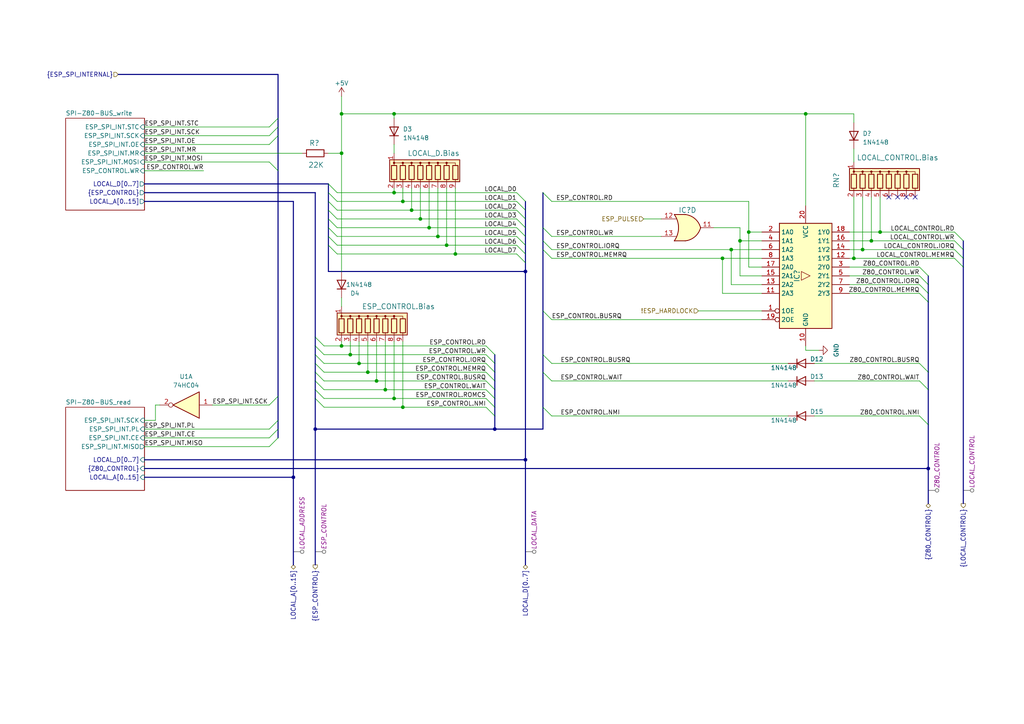
<source format=kicad_sch>
(kicad_sch (version 20230121) (generator eeschema)
  (paper "A4")
  (title_block (title "FujiNet Z80 SPI BUS") (date "2023-07-30") (rev "2") (company "FujiNet") (comment 1 "Fixed SPI Clock") (comment 2 "ROMCS diode removed") (comment 3 "165s Q7 used") (comment 4 "SPI Bus to couple the ESP32 to the Local Bus and Z80 Bus"))
  (lib_symbols
    (symbol "74xx:74HC04"
      (property "Reference" "U" (at 0 1.27 0))
      (property "Value" "74HC04" (at 0 -1.27 0))
      (symbol "74HC04_1_0"
        (polyline (pts (xy -3.81 3.81) (xy -3.81 -3.81) (xy 3.81 0) (xy -3.81 3.81)) (stroke (width 0.254)) (fill (type background)))
        (pin input line (at -7.62 0 0) (length 3.81) (name "~") (number "1"))
        (pin output inverted (at 7.62 0 180) (length 3.81) (name "~") (number "2"))
      )
      (symbol "74HC04_2_0"
        (polyline (pts (xy -3.81 3.81) (xy -3.81 -3.81) (xy 3.81 0) (xy -3.81 3.81)) (stroke (width 0.254)) (fill (type background)))
        (pin input line (at -7.62 0 0) (length 3.81) (name "~") (number "3"))
        (pin output inverted (at 7.62 0 180) (length 3.81) (name "~") (number "4"))
      )
      (symbol "74HC04_3_0"
        (polyline (pts (xy -3.81 3.81) (xy -3.81 -3.81) (xy 3.81 0) (xy -3.81 3.81)) (stroke (width 0.254)) (fill (type background)))
        (pin input line (at -7.62 0 0) (length 3.81) (name "~") (number "5"))
        (pin output inverted (at 7.62 0 180) (length 3.81) (name "~") (number "6"))
      )
      (symbol "74HC04_4_0"
        (polyline (pts (xy -3.81 3.81) (xy -3.81 -3.81) (xy 3.81 0) (xy -3.81 3.81)) (stroke (width 0.254)) (fill (type background)))
        (pin output inverted (at 7.62 0 180) (length 3.81) (name "~") (number "8"))
        (pin input line (at -7.62 0 0) (length 3.81) (name "~") (number "9"))
      )
      (symbol "74HC04_5_0"
        (polyline (pts (xy -3.81 3.81) (xy -3.81 -3.81) (xy 3.81 0) (xy -3.81 3.81)) (stroke (width 0.254)) (fill (type background)))
        (pin output inverted (at 7.62 0 180) (length 3.81) (name "~") (number "10"))
        (pin input line (at -7.62 0 0) (length 3.81) (name "~") (number "11"))
      )
      (symbol "74HC04_6_0"
        (polyline (pts (xy -3.81 3.81) (xy -3.81 -3.81) (xy 3.81 0) (xy -3.81 3.81)) (stroke (width 0.254)) (fill (type background)))
        (pin output inverted (at 7.62 0 180) (length 3.81) (name "~") (number "12"))
        (pin input line (at -7.62 0 0) (length 3.81) (name "~") (number "13"))
      )
      (symbol "74HC04_7_0"
        (pin power_in line (at 0 12.7 270) (length 5.08) (name "VCC") (number "14"))
        (pin power_in line (at 0 -12.7 90) (length 5.08) (name "GND") (number "7"))
      )
      (symbol "74HC04_7_1"
        (rectangle (start -5.08 7.62) (end 5.08 -7.62) (stroke (width 0.254)) (fill (type background)))
      )
    )
    (symbol "74xx:74HC244"
      (property "Reference" "U" (at -7.62 16.51 0))
      (property "Value" "74HC244" (at -7.62 -16.51 0))
      (symbol "74HC244_1_0"
        (polyline (pts (xy 1.27 0) (xy -1.27 1.27) (xy -1.27 -1.27) (xy 1.27 0)) (stroke (width 0.1524)))
        (pin input inverted (at -12.7 -10.16 0) (length 5.08) (name "1OE") (number "1"))
        (pin power_in line (at 0 -20.32 90) (length 5.08) (name "GND") (number "10"))
        (pin input line (at -12.7 -5.08 0) (length 5.08) (name "2A3") (number "11"))
        (pin tri_state line (at 12.7 5.08 180) (length 5.08) (name "1Y3") (number "12"))
        (pin input line (at -12.7 -2.54 0) (length 5.08) (name "2A2") (number "13"))
        (pin tri_state line (at 12.7 7.62 180) (length 5.08) (name "1Y2") (number "14"))
        (pin input line (at -12.7 0 0) (length 5.08) (name "2A1") (number "15"))
        (pin tri_state line (at 12.7 10.16 180) (length 5.08) (name "1Y1") (number "16"))
        (pin input line (at -12.7 2.54 0) (length 5.08) (name "2A0") (number "17"))
        (pin tri_state line (at 12.7 12.7 180) (length 5.08) (name "1Y0") (number "18"))
        (pin input inverted (at -12.7 -12.7 0) (length 5.08) (name "2OE") (number "19"))
        (pin input line (at -12.7 12.7 0) (length 5.08) (name "1A0") (number "2"))
        (pin power_in line (at 0 20.32 270) (length 5.08) (name "VCC") (number "20"))
        (pin tri_state line (at 12.7 2.54 180) (length 5.08) (name "2Y0") (number "3"))
        (pin input line (at -12.7 10.16 0) (length 5.08) (name "1A1") (number "4"))
        (pin tri_state line (at 12.7 0 180) (length 5.08) (name "2Y1") (number "5"))
        (pin input line (at -12.7 7.62 0) (length 5.08) (name "1A2") (number "6"))
        (pin tri_state line (at 12.7 -2.54 180) (length 5.08) (name "2Y2") (number "7"))
        (pin input line (at -12.7 5.08 0) (length 5.08) (name "1A3") (number "8"))
        (pin tri_state line (at 12.7 -5.08 180) (length 5.08) (name "2Y3") (number "9"))
      )
      (symbol "74HC244_1_1"
        (rectangle (start -7.62 15.24) (end 7.62 -15.24) (stroke (width 0.254)) (fill (type background)))
      )
    )
    (symbol "74xx:74LS32" (pin_names (offset 1.016))
      (property "Reference" "U" (at 0 1.27 0))
      (property "Value" "74LS32" (at 0 -1.27 0))
      (symbol "74LS32_1_1"
        (arc (start -3.81 -3.81) (mid -2.589 0) (end -3.81 3.81) (stroke (width 0.254)))
        (arc (start -0.6096 -3.81) (mid 2.1842 -2.5851) (end 3.81 0) (stroke (width 0.254)) (fill (type background)))
        (polyline (pts (xy -3.81 -3.81) (xy -0.635 -3.81)) (stroke (width 0.254)) (fill (type background)))
        (polyline (pts (xy -3.81 3.81) (xy -0.635 3.81)) (stroke (width 0.254)) (fill (type background)))
        (polyline (pts (xy -0.635 3.81) (xy -3.81 3.81) (xy -3.81 3.81) (xy -3.556 3.4036) (xy -3.0226 2.2606) (xy -2.6924 1.0414) (xy -2.6162 -0.254) (xy -2.7686 -1.4986) (xy -3.175 -2.7178) (xy -3.81 -3.81) (xy -3.81 -3.81) (xy -0.635 -3.81)) (stroke (width -25.4)) (fill (type background)))
        (arc (start 3.81 0) (mid 2.1915 2.5936) (end -0.6096 3.81) (stroke (width 0.254)) (fill (type background)))
        (pin input line (at -7.62 2.54 0) (length 4.318) (name "~") (number "1"))
        (pin input line (at -7.62 -2.54 0) (length 4.318) (name "~") (number "2"))
        (pin output line (at 7.62 0 180) (length 3.81) (name "~") (number "3"))
      )
      (symbol "74LS32_1_2"
        (arc (start 0 -3.81) (mid 3.7934 0) (end 0 3.81) (stroke (width 0.254)) (fill (type background)))
        (polyline (pts (xy 0 3.81) (xy -3.81 3.81) (xy -3.81 -3.81) (xy 0 -3.81)) (stroke (width 0.254)) (fill (type background)))
        (pin input inverted (at -7.62 2.54 0) (length 3.81) (name "~") (number "1"))
        (pin input inverted (at -7.62 -2.54 0) (length 3.81) (name "~") (number "2"))
        (pin output inverted (at 7.62 0 180) (length 3.81) (name "~") (number "3"))
      )
      (symbol "74LS32_2_1"
        (arc (start -3.81 -3.81) (mid -2.589 0) (end -3.81 3.81) (stroke (width 0.254)))
        (arc (start -0.6096 -3.81) (mid 2.1842 -2.5851) (end 3.81 0) (stroke (width 0.254)) (fill (type background)))
        (polyline (pts (xy -3.81 -3.81) (xy -0.635 -3.81)) (stroke (width 0.254)) (fill (type background)))
        (polyline (pts (xy -3.81 3.81) (xy -0.635 3.81)) (stroke (width 0.254)) (fill (type background)))
        (polyline (pts (xy -0.635 3.81) (xy -3.81 3.81) (xy -3.81 3.81) (xy -3.556 3.4036) (xy -3.0226 2.2606) (xy -2.6924 1.0414) (xy -2.6162 -0.254) (xy -2.7686 -1.4986) (xy -3.175 -2.7178) (xy -3.81 -3.81) (xy -3.81 -3.81) (xy -0.635 -3.81)) (stroke (width -25.4)) (fill (type background)))
        (arc (start 3.81 0) (mid 2.1915 2.5936) (end -0.6096 3.81) (stroke (width 0.254)) (fill (type background)))
        (pin input line (at -7.62 2.54 0) (length 4.318) (name "~") (number "4"))
        (pin input line (at -7.62 -2.54 0) (length 4.318) (name "~") (number "5"))
        (pin output line (at 7.62 0 180) (length 3.81) (name "~") (number "6"))
      )
      (symbol "74LS32_2_2"
        (arc (start 0 -3.81) (mid 3.7934 0) (end 0 3.81) (stroke (width 0.254)) (fill (type background)))
        (polyline (pts (xy 0 3.81) (xy -3.81 3.81) (xy -3.81 -3.81) (xy 0 -3.81)) (stroke (width 0.254)) (fill (type background)))
        (pin input inverted (at -7.62 2.54 0) (length 3.81) (name "~") (number "4"))
        (pin input inverted (at -7.62 -2.54 0) (length 3.81) (name "~") (number "5"))
        (pin output inverted (at 7.62 0 180) (length 3.81) (name "~") (number "6"))
      )
      (symbol "74LS32_3_1"
        (arc (start -3.81 -3.81) (mid -2.589 0) (end -3.81 3.81) (stroke (width 0.254)))
        (arc (start -0.6096 -3.81) (mid 2.1842 -2.5851) (end 3.81 0) (stroke (width 0.254)) (fill (type background)))
        (polyline (pts (xy -3.81 -3.81) (xy -0.635 -3.81)) (stroke (width 0.254)) (fill (type background)))
        (polyline (pts (xy -3.81 3.81) (xy -0.635 3.81)) (stroke (width 0.254)) (fill (type background)))
        (polyline (pts (xy -0.635 3.81) (xy -3.81 3.81) (xy -3.81 3.81) (xy -3.556 3.4036) (xy -3.0226 2.2606) (xy -2.6924 1.0414) (xy -2.6162 -0.254) (xy -2.7686 -1.4986) (xy -3.175 -2.7178) (xy -3.81 -3.81) (xy -3.81 -3.81) (xy -0.635 -3.81)) (stroke (width -25.4)) (fill (type background)))
        (arc (start 3.81 0) (mid 2.1915 2.5936) (end -0.6096 3.81) (stroke (width 0.254)) (fill (type background)))
        (pin input line (at -7.62 -2.54 0) (length 4.318) (name "~") (number "10"))
        (pin output line (at 7.62 0 180) (length 3.81) (name "~") (number "8"))
        (pin input line (at -7.62 2.54 0) (length 4.318) (name "~") (number "9"))
      )
      (symbol "74LS32_3_2"
        (arc (start 0 -3.81) (mid 3.7934 0) (end 0 3.81) (stroke (width 0.254)) (fill (type background)))
        (polyline (pts (xy 0 3.81) (xy -3.81 3.81) (xy -3.81 -3.81) (xy 0 -3.81)) (stroke (width 0.254)) (fill (type background)))
        (pin input inverted (at -7.62 -2.54 0) (length 3.81) (name "~") (number "10"))
        (pin output inverted (at 7.62 0 180) (length 3.81) (name "~") (number "8"))
        (pin input inverted (at -7.62 2.54 0) (length 3.81) (name "~") (number "9"))
      )
      (symbol "74LS32_4_1"
        (arc (start -3.81 -3.81) (mid -2.589 0) (end -3.81 3.81) (stroke (width 0.254)))
        (arc (start -0.6096 -3.81) (mid 2.1842 -2.5851) (end 3.81 0) (stroke (width 0.254)) (fill (type background)))
        (polyline (pts (xy -3.81 -3.81) (xy -0.635 -3.81)) (stroke (width 0.254)) (fill (type background)))
        (polyline (pts (xy -3.81 3.81) (xy -0.635 3.81)) (stroke (width 0.254)) (fill (type background)))
        (polyline (pts (xy -0.635 3.81) (xy -3.81 3.81) (xy -3.81 3.81) (xy -3.556 3.4036) (xy -3.0226 2.2606) (xy -2.6924 1.0414) (xy -2.6162 -0.254) (xy -2.7686 -1.4986) (xy -3.175 -2.7178) (xy -3.81 -3.81) (xy -3.81 -3.81) (xy -0.635 -3.81)) (stroke (width -25.4)) (fill (type background)))
        (arc (start 3.81 0) (mid 2.1915 2.5936) (end -0.6096 3.81) (stroke (width 0.254)) (fill (type background)))
        (pin output line (at 7.62 0 180) (length 3.81) (name "~") (number "11"))
        (pin input line (at -7.62 2.54 0) (length 4.318) (name "~") (number "12"))
        (pin input line (at -7.62 -2.54 0) (length 4.318) (name "~") (number "13"))
      )
      (symbol "74LS32_4_2"
        (arc (start 0 -3.81) (mid 3.7934 0) (end 0 3.81) (stroke (width 0.254)) (fill (type background)))
        (polyline (pts (xy 0 3.81) (xy -3.81 3.81) (xy -3.81 -3.81) (xy 0 -3.81)) (stroke (width 0.254)) (fill (type background)))
        (pin output inverted (at 7.62 0 180) (length 3.81) (name "~") (number "11"))
        (pin input inverted (at -7.62 2.54 0) (length 3.81) (name "~") (number "12"))
        (pin input inverted (at -7.62 -2.54 0) (length 3.81) (name "~") (number "13"))
      )
      (symbol "74LS32_5_0"
        (pin power_in line (at 0 12.7 270) (length 5.08) (name "VCC") (number "14"))
        (pin power_in line (at 0 -12.7 90) (length 5.08) (name "GND") (number "7"))
      )
      (symbol "74LS32_5_1"
        (rectangle (start -5.08 7.62) (end 5.08 -7.62) (stroke (width 0.254)) (fill (type background)))
      )
    )
    (symbol "Device:D" (pin_numbers hide) (pin_names (offset 1.016) hide)
      (property "Reference" "D" (at 0 2.54 0))
      (property "Value" "D" (at 0 -2.54 0))
      (symbol "D_0_1"
        (polyline (pts (xy -1.27 1.27) (xy -1.27 -1.27)) (stroke (width 0.254)))
        (polyline (pts (xy 1.27 0) (xy -1.27 0)))
        (polyline (pts (xy 1.27 1.27) (xy 1.27 -1.27) (xy -1.27 0) (xy 1.27 1.27)) (stroke (width 0.254)))
      )
      (symbol "D_1_1"
        (pin passive line (at -3.81 0 0) (length 2.54) (name "K") (number "1"))
        (pin passive line (at 3.81 0 180) (length 2.54) (name "A") (number "2"))
      )
    )
    (symbol "Device:R" (pin_numbers hide) (pin_names (offset 0))
      (property "Reference" "R" (at 2.032 0 90))
      (property "Value" "R" (at 0 0 90))
      (symbol "R_0_1"
        (rectangle (start -1.016 -2.54) (end 1.016 2.54) (stroke (width 0.254)))
      )
      (symbol "R_1_1"
        (pin passive line (at 0 3.81 270) (length 1.27) (name "~") (number "1"))
        (pin passive line (at 0 -3.81 90) (length 1.27) (name "~") (number "2"))
      )
    )
    (symbol "Device:R_Network08" (pin_names (offset 0) hide)
      (property "Reference" "RN" (at -12.7 0 90))
      (property "Value" "R_Network08" (at 10.16 0 90))
      (symbol "R_Network08_0_1"
        (rectangle (start -11.43 -3.175) (end 8.89 3.175) (stroke (width 0.254)) (fill (type background)))
        (rectangle (start -10.922 1.524) (end -9.398 -2.54) (stroke (width 0.254)))
        (circle (center -10.16 2.286) (radius 0.254) (fill (type outline)))
        (rectangle (start -8.382 1.524) (end -6.858 -2.54) (stroke (width 0.254)))
        (circle (center -7.62 2.286) (radius 0.254) (fill (type outline)))
        (rectangle (start -5.842 1.524) (end -4.318 -2.54) (stroke (width 0.254)))
        (circle (center -5.08 2.286) (radius 0.254) (fill (type outline)))
        (rectangle (start -3.302 1.524) (end -1.778 -2.54) (stroke (width 0.254)))
        (circle (center -2.54 2.286) (radius 0.254) (fill (type outline)))
        (rectangle (start -0.762 1.524) (end 0.762 -2.54) (stroke (width 0.254)))
        (polyline (pts (xy -10.16 -2.54) (xy -10.16 -3.81)))
        (polyline (pts (xy -7.62 -2.54) (xy -7.62 -3.81)))
        (polyline (pts (xy -5.08 -2.54) (xy -5.08 -3.81)))
        (polyline (pts (xy -2.54 -2.54) (xy -2.54 -3.81)))
        (polyline (pts (xy 0 -2.54) (xy 0 -3.81)))
        (polyline (pts (xy 2.54 -2.54) (xy 2.54 -3.81)))
        (polyline (pts (xy 5.08 -2.54) (xy 5.08 -3.81)))
        (polyline (pts (xy 7.62 -2.54) (xy 7.62 -3.81)))
        (polyline (pts (xy -10.16 1.524) (xy -10.16 2.286) (xy -7.62 2.286) (xy -7.62 1.524)))
        (polyline (pts (xy -7.62 1.524) (xy -7.62 2.286) (xy -5.08 2.286) (xy -5.08 1.524)))
        (polyline (pts (xy -5.08 1.524) (xy -5.08 2.286) (xy -2.54 2.286) (xy -2.54 1.524)))
        (polyline (pts (xy -2.54 1.524) (xy -2.54 2.286) (xy 0 2.286) (xy 0 1.524)))
        (polyline (pts (xy 0 1.524) (xy 0 2.286) (xy 2.54 2.286) (xy 2.54 1.524)))
        (polyline (pts (xy 2.54 1.524) (xy 2.54 2.286) (xy 5.08 2.286) (xy 5.08 1.524)))
        (polyline (pts (xy 5.08 1.524) (xy 5.08 2.286) (xy 7.62 2.286) (xy 7.62 1.524)))
        (circle (center 0 2.286) (radius 0.254) (fill (type outline)))
        (rectangle (start 1.778 1.524) (end 3.302 -2.54) (stroke (width 0.254)))
        (circle (center 2.54 2.286) (radius 0.254) (fill (type outline)))
        (rectangle (start 4.318 1.524) (end 5.842 -2.54) (stroke (width 0.254)))
        (circle (center 5.08 2.286) (radius 0.254) (fill (type outline)))
        (rectangle (start 6.858 1.524) (end 8.382 -2.54) (stroke (width 0.254)))
      )
      (symbol "R_Network08_1_1"
        (pin passive line (at -10.16 5.08 270) (length 2.54) (name "common") (number "1"))
        (pin passive line (at -10.16 -5.08 90) (length 1.27) (name "R1") (number "2"))
        (pin passive line (at -7.62 -5.08 90) (length 1.27) (name "R2") (number "3"))
        (pin passive line (at -5.08 -5.08 90) (length 1.27) (name "R3") (number "4"))
        (pin passive line (at -2.54 -5.08 90) (length 1.27) (name "R4") (number "5"))
        (pin passive line (at 0 -5.08 90) (length 1.27) (name "R5") (number "6"))
        (pin passive line (at 2.54 -5.08 90) (length 1.27) (name "R6") (number "7"))
        (pin passive line (at 5.08 -5.08 90) (length 1.27) (name "R7") (number "8"))
        (pin passive line (at 7.62 -5.08 90) (length 1.27) (name "R8") (number "9"))
      )
    )
    (symbol "power:+5V" (power) (pin_names (offset 0))
      (property "Value" "+5V" (at 0 3.556 0))
      (symbol "+5V_0_1"
        (polyline (pts (xy -0.762 1.27) (xy 0 2.54)))
        (polyline (pts (xy 0 0) (xy 0 2.54)))
        (polyline (pts (xy 0 2.54) (xy 0.762 1.27)))
      )
      (symbol "+5V_1_1"
        (pin power_in line (at 0 0 90) (length 0) hide (name "+5V") (number "1"))
      )
    )
    (symbol "power:GND" (power) (pin_names (offset 0))
      (property "Value" "GND" (at 0 -3.81 0))
      (symbol "GND_0_1"
        (polyline (pts (xy 0 0) (xy 0 -1.27) (xy 1.27 -1.27) (xy 0 -2.54) (xy -1.27 -1.27) (xy 0 -1.27)))
      )
      (symbol "GND_1_1"
        (pin power_in line (at 0 0 270) (length 0) hide (name "GND") (number "1"))
      )
    )
  )
  (bus_alias "ESP_SPI_INTERNAL" (members "ESP_SPI_INT.MOSI" "ESP_SPI_INT.SCK" "ESP_SPI_INT.MR" "ESP_SPI_INT.STC" "ESP_SPI_INT.CE" "ESP_SPI_INT.PL" "ESP_SPI_INT.MISO" "ESP_SPI_INT.OE" ""))
  (bus_alias "LOCAL_CONTROL" (members "LOCAL_CONTROL.RD" "LOCAL_CONTROL.WR" "LOCAL_CONTROL.IORQ" "LOCAL_CONTROL.MEMRQ"))
  (bus_alias "ESP_CONTROL" (members "ESP_CONTROL.RD" "ESP_CONTROL.WR" "ESP_CONTROL.IORQ" "ESP_CONTROL.MEMRQ" "ESP_CONTROL.BUSRQ" "ESP_CONTROL.WAIT" "ESP_CONTROL.ROMCS" "ESP_CONTROL.NMI"))
  (junction (at 114.3 55.88))
  (junction (at 132.08 73.66))
  (junction (at 116.84 58.42))
  (junction (at 99.06 100.33))
  (junction (at 129.54 71.12))
  (junction (at 116.84 118.11))
  (junction (at 209.55 74.93))
  (junction (at 85.09 138.43))
  (junction (at 111.76 113.03))
  (junction (at 217.17 67.31))
  (junction (at 99.06 44.45))
  (junction (at 104.14 105.41))
  (junction (at 250.19 72.39))
  (junction (at 121.92 63.5))
  (junction (at 114.3 33.02))
  (junction (at 212.09 72.39))
  (junction (at 214.63 69.85))
  (junction (at 152.4 78.74))
  (junction (at 119.38 60.96))
  (junction (at 124.46 66.04))
  (junction (at 127 68.58))
  (junction (at 91.44 124.46))
  (junction (at 109.22 110.49))
  (junction (at 255.27 67.31))
  (junction (at 152.4 133.35))
  (junction (at 247.65 74.93))
  (junction (at 114.3 115.57))
  (junction (at 101.6 102.87))
  (junction (at 252.73 69.85))
  (junction (at 106.68 107.95))
  (junction (at 233.68 33.02))
  (junction (at 269.24 135.89))
  (junction (at 143.51 124.46))
  (junction (at 99.06 33.02))
  (no_connect (at 265.43 57.15))
  (no_connect (at 260.35 57.15))
  (no_connect (at 262.89 57.15))
  (no_connect (at 257.81 57.15))
  (bus_entry (at 78.105 127) (size 2.54 -2.54))
  (bus_entry (at 95.25 63.5) (size 2.54 2.54))
  (bus_entry (at 149.86 73.66) (size 2.54 2.54))
  (bus_entry (at 91.44 97.79) (size 2.54 2.54))
  (bus_entry (at 266.7 82.55) (size 2.54 2.54))
  (bus_entry (at 91.44 110.49) (size 2.54 2.54))
  (bus_entry (at 157.48 107.95) (size 2.54 2.54))
  (bus_entry (at 149.86 66.04) (size 2.54 2.54))
  (bus_entry (at 91.44 105.41) (size 2.54 2.54))
  (bus_entry (at 266.7 105.41) (size 2.54 2.54))
  (bus_entry (at 157.48 90.17) (size 2.54 2.54))
  (bus_entry (at 95.25 71.12) (size 2.54 2.54))
  (bus_entry (at 140.97 100.33) (size 2.54 2.54))
  (bus_entry (at 140.97 110.49) (size 2.54 2.54))
  (bus_entry (at 95.25 68.58) (size 2.54 2.54))
  (bus_entry (at 276.86 74.93) (size 2.54 2.54))
  (bus_entry (at 276.86 69.85) (size 2.54 2.54))
  (bus_entry (at 157.48 55.88) (size 2.54 2.54))
  (bus_entry (at 95.25 58.42) (size 2.54 2.54))
  (bus_entry (at 140.97 118.11) (size 2.54 2.54))
  (bus_entry (at 157.48 66.04) (size 2.54 2.54))
  (bus_entry (at 149.86 58.42) (size 2.54 2.54))
  (bus_entry (at 140.97 105.41) (size 2.54 2.54))
  (bus_entry (at 276.86 72.39) (size 2.54 2.54))
  (bus_entry (at 266.7 77.47) (size 2.54 2.54))
  (bus_entry (at 78.105 129.54) (size 2.54 -2.54))
  (bus_entry (at 157.48 69.85) (size 2.54 2.54))
  (bus_entry (at 78.105 124.46) (size 2.54 -2.54))
  (bus_entry (at 149.86 55.88) (size 2.54 2.54))
  (bus_entry (at 157.48 118.11) (size 2.54 2.54))
  (bus_entry (at 149.86 71.12) (size 2.54 2.54))
  (bus_entry (at 140.97 107.95) (size 2.54 2.54))
  (bus_entry (at 80.645 34.29) (size -2.54 2.54))
  (bus_entry (at 95.25 53.34) (size 2.54 2.54))
  (bus_entry (at 95.25 66.04) (size 2.54 2.54))
  (bus_entry (at 95.25 60.96) (size 2.54 2.54))
  (bus_entry (at 266.7 80.01) (size 2.54 2.54))
  (bus_entry (at 91.44 115.57) (size 2.54 2.54))
  (bus_entry (at 276.86 67.31) (size 2.54 2.54))
  (bus_entry (at 91.44 102.87) (size 2.54 2.54))
  (bus_entry (at 157.48 72.39) (size 2.54 2.54))
  (bus_entry (at 78.105 117.475) (size 2.54 -2.54))
  (bus_entry (at 140.97 115.57) (size 2.54 2.54))
  (bus_entry (at 149.86 60.96) (size 2.54 2.54))
  (bus_entry (at 91.44 107.95) (size 2.54 2.54))
  (bus_entry (at 149.86 63.5) (size 2.54 2.54))
  (bus_entry (at 80.645 36.83) (size -2.54 2.54))
  (bus_entry (at 157.48 102.87) (size 2.54 2.54))
  (bus_entry (at 140.97 102.87) (size 2.54 2.54))
  (bus_entry (at 149.86 68.58) (size 2.54 2.54))
  (bus_entry (at 91.44 100.33) (size 2.54 2.54))
  (bus_entry (at 266.7 85.09) (size 2.54 2.54))
  (bus_entry (at 140.97 113.03) (size 2.54 2.54))
  (bus_entry (at 91.44 113.03) (size 2.54 2.54))
  (bus_entry (at 80.645 39.37) (size -2.54 2.54))
  (bus_entry (at 266.7 110.49) (size 2.54 2.54))
  (bus_entry (at 78.105 46.99) (size 2.54 2.54))
  (bus_entry (at 266.7 120.65) (size 2.54 2.54))
  (bus_entry (at 95.25 55.88) (size 2.54 2.54))
  (wire (pts (xy 111.76 99.06) (xy 111.76 113.03)))
  (bus (pts (xy 279.4 77.47) (xy 279.4 146.05)))
  (wire (pts (xy 41.91 129.54) (xy 78.105 129.54)))
  (wire (pts (xy 237.49 101.6) (xy 233.68 101.6)))
  (bus (pts (xy 91.44 124.46) (xy 91.44 163.83)))
  (bus (pts (xy 269.24 146.05) (xy 269.24 135.89)))
  (bus (pts (xy 157.48 118.11) (xy 157.48 124.46)))
  (bus (pts (xy 95.25 71.12) (xy 95.25 78.74)))
  (bus (pts (xy 269.24 113.03) (xy 269.24 123.19)))
  (bus (pts (xy 91.44 100.33) (xy 91.44 102.87)))
  (bus (pts (xy 91.44 105.41) (xy 91.44 107.95)))
  (wire (pts (xy 214.63 69.85) (xy 220.98 69.85)))
  (wire (pts (xy 132.08 73.66) (xy 132.08 54.61)))
  (wire (pts (xy 114.3 115.57) (xy 140.97 115.57)))
  (wire (pts (xy 109.22 99.06) (xy 109.22 110.49)))
  (wire (pts (xy 124.46 66.04) (xy 124.46 54.61)))
  (bus (pts (xy 80.645 124.46) (xy 80.645 127)))
  (bus (pts (xy 41.91 53.34) (xy 95.25 53.34)))
  (wire (pts (xy 109.22 110.49) (xy 93.98 110.49)))
  (bus (pts (xy 91.44 97.79) (xy 91.44 100.33)))
  (wire (pts (xy 97.79 63.5) (xy 121.92 63.5)))
  (wire (pts (xy 129.54 71.12) (xy 129.54 54.61)))
  (wire (pts (xy 209.55 85.09) (xy 209.55 74.93)))
  (wire (pts (xy 246.38 77.47) (xy 266.7 77.47)))
  (wire (pts (xy 119.38 60.96) (xy 119.38 54.61)))
  (wire (pts (xy 99.06 33.02) (xy 99.06 44.45)))
  (wire (pts (xy 212.09 82.55) (xy 220.98 82.55)))
  (wire (pts (xy 160.02 105.41) (xy 228.6 105.41)))
  (wire (pts (xy 116.84 118.11) (xy 140.97 118.11)))
  (bus (pts (xy 41.91 55.88) (xy 91.44 55.88)))
  (wire (pts (xy 114.3 115.57) (xy 93.98 115.57)))
  (wire (pts (xy 97.79 60.96) (xy 119.38 60.96)))
  (wire (pts (xy 97.79 55.88) (xy 114.3 55.88)))
  (bus (pts (xy 143.51 110.49) (xy 143.51 113.03)))
  (wire (pts (xy 149.86 73.66) (xy 132.08 73.66)))
  (bus (pts (xy 152.4 71.12) (xy 152.4 73.66)))
  (bus (pts (xy 91.44 102.87) (xy 91.44 105.41)))
  (wire (pts (xy 212.09 72.39) (xy 220.98 72.39)))
  (bus (pts (xy 41.91 135.89) (xy 269.24 135.89)))
  (wire (pts (xy 59.055 49.53) (xy 41.91 49.53)))
  (wire (pts (xy 250.19 72.39) (xy 250.19 57.15)))
  (bus (pts (xy 152.4 78.74) (xy 152.4 133.35)))
  (wire (pts (xy 99.06 99.06) (xy 99.06 100.33)))
  (wire (pts (xy 61.595 117.475) (xy 78.105 117.475)))
  (wire (pts (xy 209.55 85.09) (xy 220.98 85.09)))
  (bus (pts (xy 152.4 76.2) (xy 152.4 78.74)))
  (bus (pts (xy 143.51 102.87) (xy 143.51 105.41)))
  (wire (pts (xy 246.38 67.31) (xy 255.27 67.31)))
  (bus (pts (xy 41.91 138.43) (xy 85.09 138.43)))
  (wire (pts (xy 212.09 82.55) (xy 212.09 72.39)))
  (wire (pts (xy 111.76 113.03) (xy 93.98 113.03)))
  (wire (pts (xy 255.27 67.31) (xy 276.86 67.31)))
  (bus (pts (xy 152.4 58.42) (xy 152.4 60.96)))
  (wire (pts (xy 160.02 110.49) (xy 228.6 110.49)))
  (bus (pts (xy 152.4 60.96) (xy 152.4 63.5)))
  (wire (pts (xy 214.63 80.01) (xy 214.63 69.85)))
  (wire (pts (xy 41.91 124.46) (xy 78.105 124.46)))
  (bus (pts (xy 152.4 66.04) (xy 152.4 68.58)))
  (wire (pts (xy 45.085 117.475) (xy 46.355 117.475)))
  (wire (pts (xy 41.91 36.83) (xy 78.105 36.83)))
  (wire (pts (xy 116.84 99.06) (xy 116.84 118.11)))
  (bus (pts (xy 85.09 138.43) (xy 85.09 163.83)))
  (bus (pts (xy 91.44 107.95) (xy 91.44 110.49)))
  (wire (pts (xy 252.73 69.85) (xy 252.73 57.15)))
  (wire (pts (xy 109.22 110.49) (xy 140.97 110.49)))
  (wire (pts (xy 99.06 27.94) (xy 99.06 33.02)))
  (wire (pts (xy 247.65 74.93) (xy 276.86 74.93)))
  (bus (pts (xy 95.25 78.74) (xy 152.4 78.74)))
  (wire (pts (xy 255.27 67.31) (xy 255.27 57.15)))
  (bus (pts (xy 80.645 121.92) (xy 80.645 124.46)))
  (bus (pts (xy 157.48 69.85) (xy 157.48 72.39)))
  (wire (pts (xy 236.22 110.49) (xy 266.7 110.49)))
  (wire (pts (xy 106.68 107.95) (xy 93.98 107.95)))
  (wire (pts (xy 114.3 41.91) (xy 114.3 44.45)))
  (wire (pts (xy 160.02 68.58) (xy 191.77 68.58)))
  (bus (pts (xy 85.09 58.42) (xy 85.09 138.43)))
  (bus (pts (xy 80.645 36.83) (xy 80.645 39.37)))
  (wire (pts (xy 233.68 33.02) (xy 233.68 59.69)))
  (bus (pts (xy 143.51 118.11) (xy 143.51 120.65)))
  (wire (pts (xy 101.6 102.87) (xy 101.6 99.06)))
  (bus (pts (xy 95.25 66.04) (xy 95.25 68.58)))
  (bus (pts (xy 143.51 115.57) (xy 143.51 118.11)))
  (bus (pts (xy 143.51 120.65) (xy 143.51 124.46)))
  (wire (pts (xy 99.06 44.45) (xy 99.06 78.74)))
  (bus (pts (xy 269.24 87.63) (xy 269.24 107.95)))
  (wire (pts (xy 97.79 66.04) (xy 124.46 66.04)))
  (wire (pts (xy 114.3 54.61) (xy 114.3 55.88)))
  (bus (pts (xy 91.44 115.57) (xy 91.44 124.46)))
  (wire (pts (xy 121.92 63.5) (xy 121.92 54.61)))
  (bus (pts (xy 157.48 55.88) (xy 157.48 66.04)))
  (bus (pts (xy 80.645 49.53) (xy 80.645 114.935)))
  (bus (pts (xy 157.48 107.95) (xy 157.48 118.11)))
  (wire (pts (xy 214.63 80.01) (xy 220.98 80.01)))
  (bus (pts (xy 95.25 58.42) (xy 95.25 60.96)))
  (wire (pts (xy 104.14 105.41) (xy 140.97 105.41)))
  (wire (pts (xy 217.17 67.31) (xy 220.98 67.31)))
  (wire (pts (xy 116.84 118.11) (xy 93.98 118.11)))
  (wire (pts (xy 236.22 120.65) (xy 266.7 120.65)))
  (wire (pts (xy 41.91 44.45) (xy 87.63 44.45)))
  (bus (pts (xy 80.645 39.37) (xy 80.645 49.53)))
  (wire (pts (xy 114.3 99.06) (xy 114.3 115.57)))
  (wire (pts (xy 160.02 92.71) (xy 220.98 92.71)))
  (wire (pts (xy 116.84 58.42) (xy 116.84 54.61)))
  (wire (pts (xy 101.6 102.87) (xy 140.97 102.87)))
  (wire (pts (xy 114.3 33.02) (xy 233.68 33.02)))
  (wire (pts (xy 149.86 60.96) (xy 119.38 60.96)))
  (wire (pts (xy 217.17 58.42) (xy 217.17 67.31)))
  (wire (pts (xy 99.06 100.33) (xy 93.98 100.33)))
  (wire (pts (xy 104.14 105.41) (xy 93.98 105.41)))
  (wire (pts (xy 99.06 100.33) (xy 140.97 100.33)))
  (wire (pts (xy 99.06 86.36) (xy 99.06 88.9)))
  (wire (pts (xy 45.085 117.475) (xy 45.085 121.92)))
  (wire (pts (xy 149.86 66.04) (xy 124.46 66.04)))
  (bus (pts (xy 157.48 66.04) (xy 157.48 69.85)))
  (bus (pts (xy 157.48 124.46) (xy 143.51 124.46)))
  (wire (pts (xy 246.38 74.93) (xy 247.65 74.93)))
  (bus (pts (xy 95.25 68.58) (xy 95.25 71.12)))
  (wire (pts (xy 97.79 71.12) (xy 129.54 71.12)))
  (bus (pts (xy 91.44 113.03) (xy 91.44 115.57)))
  (bus (pts (xy 80.645 114.935) (xy 80.645 121.92)))
  (bus (pts (xy 91.44 55.88) (xy 91.44 97.79)))
  (wire (pts (xy 217.17 77.47) (xy 220.98 77.47)))
  (wire (pts (xy 149.86 68.58) (xy 127 68.58)))
  (wire (pts (xy 160.02 120.65) (xy 228.6 120.65)))
  (wire (pts (xy 97.79 58.42) (xy 116.84 58.42)))
  (wire (pts (xy 233.68 101.6) (xy 233.68 100.33)))
  (wire (pts (xy 106.68 99.06) (xy 106.68 107.95)))
  (bus (pts (xy 95.25 53.34) (xy 95.25 55.88)))
  (wire (pts (xy 111.76 113.03) (xy 140.97 113.03)))
  (wire (pts (xy 97.79 73.66) (xy 132.08 73.66)))
  (bus (pts (xy 143.51 105.41) (xy 143.51 107.95)))
  (wire (pts (xy 41.91 46.99) (xy 78.105 46.99)))
  (bus (pts (xy 143.51 113.03) (xy 143.51 115.57)))
  (bus (pts (xy 269.24 107.95) (xy 269.24 113.03)))
  (wire (pts (xy 149.86 55.88) (xy 114.3 55.88)))
  (wire (pts (xy 246.38 69.85) (xy 252.73 69.85)))
  (wire (pts (xy 250.19 72.39) (xy 276.86 72.39)))
  (bus (pts (xy 41.91 133.35) (xy 152.4 133.35)))
  (wire (pts (xy 246.38 80.01) (xy 266.7 80.01)))
  (bus (pts (xy 157.48 90.17) (xy 157.48 102.87)))
  (wire (pts (xy 212.09 72.39) (xy 160.02 72.39)))
  (wire (pts (xy 207.01 66.04) (xy 214.63 66.04)))
  (wire (pts (xy 252.73 69.85) (xy 276.86 69.85)))
  (bus (pts (xy 95.25 60.96) (xy 95.25 63.5)))
  (bus (pts (xy 152.4 63.5) (xy 152.4 66.04)))
  (bus (pts (xy 80.645 21.59) (xy 80.645 34.29)))
  (wire (pts (xy 106.68 107.95) (xy 140.97 107.95)))
  (wire (pts (xy 209.55 74.93) (xy 160.02 74.93)))
  (wire (pts (xy 41.91 121.92) (xy 45.085 121.92)))
  (wire (pts (xy 247.65 43.18) (xy 247.65 46.99)))
  (wire (pts (xy 127 68.58) (xy 127 54.61)))
  (wire (pts (xy 214.63 66.04) (xy 214.63 69.85)))
  (wire (pts (xy 233.68 33.02) (xy 247.65 33.02)))
  (bus (pts (xy 157.48 72.39) (xy 157.48 90.17)))
  (bus (pts (xy 152.4 68.58) (xy 152.4 71.12)))
  (bus (pts (xy 269.24 80.01) (xy 269.24 82.55)))
  (wire (pts (xy 246.38 82.55) (xy 266.7 82.55)))
  (bus (pts (xy 95.25 63.5) (xy 95.25 66.04)))
  (wire (pts (xy 149.86 63.5) (xy 121.92 63.5)))
  (wire (pts (xy 101.6 102.87) (xy 93.98 102.87)))
  (bus (pts (xy 152.4 73.66) (xy 152.4 76.2)))
  (bus (pts (xy 157.48 102.87) (xy 157.48 107.95)))
  (wire (pts (xy 149.86 58.42) (xy 116.84 58.42)))
  (wire (pts (xy 191.77 63.5) (xy 186.69 63.5)))
  (wire (pts (xy 99.06 33.02) (xy 114.3 33.02)))
  (wire (pts (xy 97.79 68.58) (xy 127 68.58)))
  (bus (pts (xy 269.24 135.89) (xy 269.24 123.19)))
  (bus (pts (xy 91.44 110.49) (xy 91.44 113.03)))
  (wire (pts (xy 246.38 72.39) (xy 250.19 72.39)))
  (wire (pts (xy 217.17 58.42) (xy 160.02 58.42)))
  (wire (pts (xy 247.65 35.56) (xy 247.65 33.02)))
  (wire (pts (xy 95.25 44.45) (xy 99.06 44.45)))
  (wire (pts (xy 149.86 71.12) (xy 129.54 71.12)))
  (bus (pts (xy 95.25 55.88) (xy 95.25 58.42)))
  (bus (pts (xy 279.4 77.47) (xy 279.4 74.93)))
  (wire (pts (xy 202.565 90.17) (xy 220.98 90.17)))
  (wire (pts (xy 41.91 39.37) (xy 78.105 39.37)))
  (wire (pts (xy 114.3 33.02) (xy 114.3 34.29)))
  (wire (pts (xy 104.14 99.06) (xy 104.14 105.41)))
  (bus (pts (xy 269.24 82.55) (xy 269.24 85.09)))
  (bus (pts (xy 41.91 58.42) (xy 85.09 58.42)))
  (wire (pts (xy 41.91 127) (xy 78.105 127)))
  (bus (pts (xy 91.44 124.46) (xy 143.51 124.46)))
  (wire (pts (xy 247.65 74.93) (xy 247.65 57.15)))
  (wire (pts (xy 41.91 41.91) (xy 78.105 41.91)))
  (bus (pts (xy 152.4 133.35) (xy 152.4 163.83)))
  (wire (pts (xy 209.55 74.93) (xy 220.98 74.93)))
  (bus (pts (xy 80.645 34.29) (xy 80.645 36.83)))
  (bus (pts (xy 269.24 85.09) (xy 269.24 87.63)))
  (wire (pts (xy 246.38 85.09) (xy 266.7 85.09)))
  (wire (pts (xy 236.22 105.41) (xy 266.7 105.41)))
  (wire (pts (xy 217.17 67.31) (xy 217.17 77.47)))
  (bus (pts (xy 279.4 72.39) (xy 279.4 69.85)))
  (bus (pts (xy 34.29 21.59) (xy 80.645 21.59)))
  (bus (pts (xy 279.4 74.93) (xy 279.4 72.39)))
  (bus (pts (xy 143.51 107.95) (xy 143.51 110.49)))
  (label "ESP_SPI_INT.STC" (at 41.91 36.83 0))
  (label "LOCAL_D5" (at 149.86 68.58 180))
  (label "ESP_CONTROL.IORQ" (at 161.29 72.39 0))
  (label "Z80_CONTROL.WR" (at 266.7 80.01 180))
  (label "LOCAL_CONTROL.IORQ" (at 276.86 72.39 180))
  (label "ESP_CONTROL.RD" (at 140.97 100.33 180))
  (label "Z80_CONTROL.MEMRQ" (at 266.7 85.09 180))
  (label "LOCAL_D7" (at 149.86 73.66 180))
  (label "ESP_CONTROL.BUSRQ" (at 160.02 92.71 0))
  (label "ESP_CONTROL.MEMRQ" (at 140.97 107.95 180))
  (label "LOCAL_D2" (at 149.86 60.96 180))
  (label "LOCAL_D3" (at 149.86 63.5 180))
  (label "Z80_CONTROL.WAIT" (at 266.7 110.49 180))
  (label "ESP_CONTROL.WR" (at 161.29 68.58 0))
  (label "ESP_SPI_INT.CE" (at 41.91 127 0))
  (label "Z80_CONTROL.NMI" (at 266.7 120.65 180))
  (label "ESP_SPI_INT.SCK" (at 61.595 117.475 0))
  (label "LOCAL_CONTROL.RD" (at 276.86 67.31 180))
  (label "Z80_CONTROL.RD" (at 266.7 77.47 180))
  (label "LOCAL_D0" (at 149.86 55.88 180))
  (label "ESP_CONTROL.ROMCS" (at 140.97 115.57 180))
  (label "ESP_SPI_INT.OE" (at 41.91 41.91 0))
  (label "LOCAL_D4" (at 149.86 66.04 180))
  (label "ESP_CONTROL.WR" (at 59.055 49.53 180))
  (label "ESP_CONTROL.NMI" (at 162.56 120.65 0))
  (label "ESP_CONTROL.RD" (at 161.29 58.42 0))
  (label "LOCAL_CONTROL.MEMRQ" (at 276.86 74.93 180))
  (label "Z80_CONTROL.BUSRQ" (at 266.7 105.41 180))
  (label "ESP_CONTROL.MEMRQ" (at 161.29 74.93 0))
  (label "ESP_CONTROL.IORQ" (at 140.97 105.41 180))
  (label "ESP_CONTROL.BUSRQ" (at 162.56 105.41 0))
  (label "LOCAL_D1" (at 149.86 58.42 180))
  (label "ESP_CONTROL.BUSRQ" (at 140.97 110.49 180))
  (label "ESP_SPI_INT.MISO" (at 41.91 129.54 0))
  (label "LOCAL_CONTROL.WR" (at 276.86 69.85 180))
  (label "ESP_CONTROL.WAIT" (at 140.97 113.03 180))
  (label "ESP_CONTROL.NMI" (at 140.97 118.11 180))
  (label "ESP_SPI_INT.SCK" (at 41.91 39.37 0))
  (label "Z80_CONTROL.IORQ" (at 266.7 82.55 180))
  (label "ESP_CONTROL.WAIT" (at 162.56 110.49 0))
  (label "ESP_SPI_INT.MR" (at 41.91 44.45 0))
  (label "ESP_SPI_INT.MOSI" (at 41.91 46.99 0))
  (label "ESP_CONTROL.WR" (at 140.97 102.87 180))
  (label "LOCAL_D6" (at 149.86 71.12 180))
  (label "ESP_SPI_INT.PL" (at 41.91 124.46 0))
  (hierarchical_label "{ESP_SPI_INTERNAL}" (shape input) (at 34.29 21.59 180))
  (hierarchical_label "{ESP_CONTROL}" (shape output) (at 91.44 163.83 270))
  (hierarchical_label "LOCAL_A[0..15]" (shape bidirectional) (at 85.09 163.83 270))
  (hierarchical_label "{LOCAL_CONTROL}" (shape output) (at 279.4 146.05 270))
  (hierarchical_label "{Z80_CONTROL}" (shape bidirectional) (at 269.24 146.05 270))
  (hierarchical_label "!ESP_HARDLOCK" (shape input) (at 202.565 90.17 180))
  (hierarchical_label "LOCAL_D[0..7]" (shape bidirectional) (at 152.4 163.83 270))
  (hierarchical_label "ESP_PULSE" (shape input) (at 186.69 63.5 180))
  (netclass_flag "" (length 2.54) (shape round) (at 85.09 160.02 270) (property "Netclass" "LOCAL_ADDRESS" (at 87.63 159.4104 90) (effects (font italic) (justify left))))
  (netclass_flag "" (length 2.54) (shape round) (at 91.44 160.02 270) (property "Netclass" "ESP_CONTROL" (at 93.98 159.4104 90) (effects (font italic) (justify left))))
  (netclass_flag "" (length 2.54) (shape round) (at 279.4 142.24 270) (property "Netclass" "LOCAL_CONTROL" (at 281.94 141.6304 90) (effects (font italic) (justify left))))
  (netclass_flag "" (length 2.54) (shape round) (at 152.4 160.02 270) (property "Netclass" "LOCAL_DATA" (at 154.94 159.4104 90) (effects (font italic) (justify left))))
  (netclass_flag "" (length 2.54) (shape round) (at 269.24 142.24 270) (property "Netclass" "Z80_CONTROL" (at 271.78 141.6304 90) (effects (font italic) (justify left))))
  (symbol (lib_id "74xx:74HC244") (at 233.68 80.01 0) (unit 1)
    (property "Reference" "IC?" (at 231.14 80.01 90) (effects (font (size 1.4986 1.4986))))
    (property "Value" "74HC244N" (effects hide))
    (property "Footprint" "Package_DIP:DIP-20_W7.62mm_Socket" (effects hide))
    (property "Datasheet" "https://assets.nexperia.com/documents/data-sheet/74HC_HCT244.pdf" (effects hide))
  )
  (symbol (lib_id "Device:D") (at 232.41 105.41 0) (unit 1)
    (property "Reference" "D12" (at 234.95 104.14 0) (effects (justify left)))
    (property "Value" "1N4148" (at 223.52 106.68 0) (effects (justify left)))
    (property "Footprint" "Diode_THT:D_T-1_P5.08mm_Horizontal" (effects hide))
  )
  (symbol (lib_id "74xx:74LS32") (at 199.39 66.04 0) (unit 4)
    (property "Reference" "IC?" (at 199.39 60.96 0) (effects (font (size 1.4986 1.4986))))
    (property "Value" "74HC32N" (effects hide))
    (property "Footprint" "Package_DIP:DIP-14_W7.62mm_Socket" (effects hide))
    (property "Datasheet" "http://www.ti.com/lit/gpn/sn74LS32" (effects hide))
  )
  (symbol (lib_id "Device:R_Network08") (at 109.22 93.98 0) (unit 1)
    (property "Reference" "ESP_CONTROL.Bias" (at 115.57 88.9 0) (effects (font (size 1.4986 1.4986))))
    (property "Value" "4609M-101-103LF" (effects hide))
    (property "Footprint" "Resistor_THT:R_Array_SIP9" (effects hide))
    (property "Datasheet" "http://www.vishay.com/docs/31509/csc.pdf" (effects hide))
  )
  (symbol (lib_id "Device:R_Network08") (at 124.46 49.53 0) (unit 1)
    (property "Reference" "LOCAL_D.Bias" (at 133.35 44.45 0) (effects (font (size 1.4986 1.4986)) (justify right)))
    (property "Value" "4609M-101-103LF" (effects hide))
    (property "Footprint" "Resistor_THT:R_Array_SIP9" (effects hide))
    (property "Datasheet" "http://www.vishay.com/docs/31509/csc.pdf" (effects hide))
  )
  (symbol (lib_id "Device:D") (at 232.41 110.49 0) (unit 1)
    (property "Reference" "D13" (at 234.95 109.22 0) (effects (justify left)))
    (property "Value" "1N4148" (at 223.52 111.76 0) (effects (justify left)))
    (property "Footprint" "Diode_THT:D_T-1_P5.08mm_Horizontal" (effects hide))
  )
  (symbol (lib_id "Device:R_Network08") (at 257.81 52.07 0) (unit 1)
    (property "Reference" "RN?" (at 242.57 52.324 90) (effects (font (size 1.4986 1.4986))))
    (property "Value" "LOCAL_CONTROL.Bias" (at 260.35 45.72 0) (effects (font (size 1.4986 1.4986))))
    (property "Footprint" "Resistor_THT:R_Array_SIP9" (effects hide))
    (property "Datasheet" "http://www.vishay.com/docs/31509/csc.pdf" (effects hide))
  )
  (symbol (lib_id "power:+5V") (at 99.06 27.94 0) (unit 1)
    (property "Reference" "#PWR018" (effects hide))
    (property "Value" "+5V" (at 99.06 24.13 0))
  )
  (symbol (lib_id "Device:R") (at 91.44 44.45 90) (unit 1)
    (property "Reference" "R?" (at 92.71 40.64 90) (effects (font (size 1.4986 1.4986)) (justify left bottom)))
    (property "Value" "22K" (at 93.98 46.99 90) (effects (font (size 1.4986 1.4986)) (justify left bottom)))
    (property "Footprint" "Resistor_THT:R_Axial_DIN0207_L6.3mm_D2.5mm_P10.16mm_Horizontal" (effects hide))
  )
  (symbol (lib_id "power:GND") (at 237.49 101.6 90) (unit 1)
    (property "Reference" "#PWR016" (effects hide))
    (property "Value" "GND" (at 242.57 101.6 0))
  )
  (symbol (lib_id "Device:D") (at 247.65 39.37 270) (mirror x) (unit 1)
    (property "Reference" "D?" (at 250.19 38.735 90) (effects (justify left)))
    (property "Value" "1N4148" (at 250.19 41.275 90) (effects (justify left)))
    (property "Footprint" "Diode_THT:D_T-1_P5.08mm_Horizontal" (effects hide))
  )
  (symbol (lib_id "74xx:74HC04") (at 53.975 117.475 180) (unit 1)
    (property "Reference" "U1" (at 53.975 109.22 0))
    (property "Value" "74HC04" (at 53.975 111.76 0))
    (property "Datasheet" "https://assets.nexperia.com/documents/data-sheet/74HC_HCT04.pdf" (effects hide))
  )
  (symbol (lib_id "Device:D") (at 114.3 38.1 270) (mirror x) (unit 1)
    (property "Reference" "D3" (at 116.84 37.465 90) (effects (justify left)))
    (property "Value" "1N4148" (at 116.84 40.005 90) (effects (justify left)))
    (property "Footprint" "Diode_THT:D_T-1_P5.08mm_Horizontal" (effects hide))
  )
  (symbol (lib_id "Device:D") (at 99.06 82.55 90) (unit 1)
    (property "Reference" "D4" (at 101.6 85.09 90) (effects (justify right)))
    (property "Value" "1N4148" (at 100.33 82.55 90) (effects (justify right)))
    (property "Footprint" "Diode_THT:D_T-1_P5.08mm_Horizontal" (effects hide))
  )
  (symbol (lib_id "Device:D") (at 232.41 120.65 0) (unit 1)
    (property "Reference" "D15" (at 234.95 119.38 0) (effects (justify left)))
    (property "Value" "1N4148" (at 223.52 121.92 0) (effects (justify left)))
    (property "Footprint" "Diode_THT:D_T-1_P5.08mm_Horizontal" (effects hide))
  )
  (sheet (at 19.05 118.11) (size 22.86 24.13) (stroke (width 0.1524))
    (property "Sheetname" "SPI-Z80-BUS_read" (at 19.05 117.3984 0) (effects (justify left bottom)))
    (property "Sheetfile" "SPI-Z80-BUS_read.kicad_sch" (effects hide))
    (pin "{Z80_CONTROL}" input (at 41.91 135.89 0))
    (pin "LOCAL_D[0..7]" input (at 41.91 133.35 0))
    (pin "ESP_SPI_INT.PL" input (at 41.91 124.46 0))
    (pin "ESP_SPI_INT.SCK" input (at 41.91 121.92 0))
    (pin "ESP_SPI_INT.CE" input (at 41.91 127 0))
    (pin "ESP_SPI_INT.MISO" output (at 41.91 129.54 0))
    (pin "LOCAL_A[0..15]" input (at 41.91 138.43 0))
  )
  (sheet (at 19.05 34.29) (size 22.86 26.67) (stroke (width 0.1524))
    (property "Sheetname" "SPI-Z80-BUS_write" (at 19.05 33.5784 0) (effects (justify left bottom)))
    (property "Sheetfile" "SPI-Z80-BUS_write.kicad_sch" (effects hide))
    (pin "LOCAL_A[0..15]" output (at 41.91 58.42 0))
    (pin "LOCAL_D[0..7]" output (at 41.91 53.34 0))
    (pin "{ESP_CONTROL}" output (at 41.91 55.88 0))
    (pin "ESP_SPI_INT.OE" input (at 41.91 41.91 0))
    (pin "ESP_SPI_INT.MOSI" input (at 41.91 46.99 0))
    (pin "ESP_SPI_INT.MR" input (at 41.91 44.45 0))
    (pin "ESP_SPI_INT.SCK" input (at 41.91 39.37 0))
    (pin "ESP_SPI_INT.STC" input (at 41.91 36.83 0))
    (pin "ESP_CONTROL.WR" input (at 41.91 49.53 0))
  )
)
</source>
